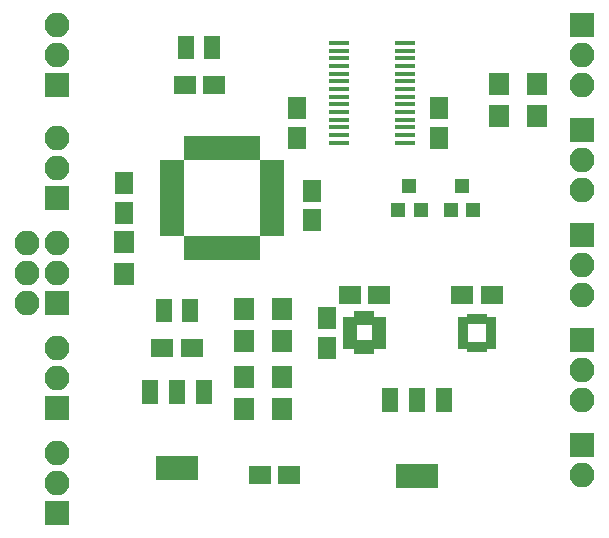
<source format=gbr>
G04 #@! TF.FileFunction,Soldermask,Top*
%FSLAX46Y46*%
G04 Gerber Fmt 4.6, Leading zero omitted, Abs format (unit mm)*
G04 Created by KiCad (PCBNEW 4.0.7) date Monday, May 28, 2018 'PMt' 10:03:33 PM*
%MOMM*%
%LPD*%
G01*
G04 APERTURE LIST*
%ADD10C,0.100000*%
%ADD11R,2.100000X2.100000*%
%ADD12O,2.100000X2.100000*%
%ADD13R,1.650000X1.900000*%
%ADD14R,1.900000X1.650000*%
%ADD15R,1.700000X1.900000*%
%ADD16R,1.350000X0.800000*%
%ADD17R,0.950000X0.700000*%
%ADD18R,0.700000X0.950000*%
%ADD19R,1.740000X0.440000*%
%ADD20R,2.000000X0.950000*%
%ADD21R,0.950000X2.000000*%
%ADD22R,1.150000X0.750000*%
%ADD23R,0.750000X1.150000*%
%ADD24R,1.350000X2.050000*%
%ADD25R,3.600000X2.050000*%
%ADD26R,1.200000X1.300000*%
G04 APERTURE END LIST*
D10*
D11*
X260350000Y-53975000D03*
D12*
X260350000Y-56515000D03*
X260350000Y-59055000D03*
D11*
X215900000Y-86360000D03*
D12*
X215900000Y-83820000D03*
X215900000Y-81280000D03*
D13*
X236220000Y-63480000D03*
X236220000Y-60980000D03*
D14*
X227310000Y-81280000D03*
X224810000Y-81280000D03*
X240685000Y-76835000D03*
X243185000Y-76835000D03*
D13*
X238760000Y-78760000D03*
X238760000Y-81260000D03*
D14*
X229215000Y-59055000D03*
X226715000Y-59055000D03*
D13*
X248285000Y-63480000D03*
X248285000Y-60980000D03*
D14*
X252710000Y-76835000D03*
X250210000Y-76835000D03*
D13*
X237490000Y-67965000D03*
X237490000Y-70465000D03*
X221615000Y-67330000D03*
X221615000Y-69830000D03*
D15*
X234950000Y-80725000D03*
X234950000Y-78025000D03*
X231775000Y-80725000D03*
X231775000Y-78025000D03*
D11*
X215900000Y-68580000D03*
D12*
X215900000Y-66040000D03*
X215900000Y-63500000D03*
D16*
X224960000Y-77455000D03*
X224960000Y-78105000D03*
X224960000Y-78755000D03*
X227160000Y-78755000D03*
X227160000Y-78105000D03*
X227160000Y-77455000D03*
X226865000Y-55230000D03*
X226865000Y-55880000D03*
X226865000Y-56530000D03*
X229065000Y-56530000D03*
X229065000Y-55880000D03*
X229065000Y-55230000D03*
D17*
X250260000Y-79010000D03*
X250260000Y-79510000D03*
X250260000Y-80010000D03*
X250260000Y-80510000D03*
X250260000Y-81010000D03*
D18*
X250960000Y-81210000D03*
X251460000Y-81210000D03*
X251960000Y-81210000D03*
D17*
X252660000Y-81010000D03*
X252660000Y-80510000D03*
X252660000Y-80010000D03*
X252660000Y-79510000D03*
X252660000Y-79010000D03*
D18*
X251960000Y-78810000D03*
X251460000Y-78810000D03*
X250960000Y-78810000D03*
D11*
X215900000Y-77470000D03*
D12*
X213360000Y-77470000D03*
X215900000Y-74930000D03*
X213360000Y-74930000D03*
X215900000Y-72390000D03*
X213360000Y-72390000D03*
D11*
X260350000Y-62865000D03*
D12*
X260350000Y-65405000D03*
X260350000Y-67945000D03*
D11*
X260350000Y-71755000D03*
D12*
X260350000Y-74295000D03*
X260350000Y-76835000D03*
D11*
X260350000Y-80645000D03*
D12*
X260350000Y-83185000D03*
X260350000Y-85725000D03*
D19*
X245370000Y-63915000D03*
X245370000Y-63265000D03*
X245370000Y-62615000D03*
X245370000Y-61965000D03*
X245370000Y-61315000D03*
X245370000Y-60665000D03*
X245370000Y-60015000D03*
X245370000Y-59365000D03*
X245370000Y-58715000D03*
X245370000Y-58065000D03*
X245370000Y-57415000D03*
X245370000Y-56765000D03*
X245370000Y-56115000D03*
X245370000Y-55465000D03*
X239770000Y-55465000D03*
X239770000Y-56115000D03*
X239770000Y-56765000D03*
X239770000Y-57415000D03*
X239770000Y-58065000D03*
X239770000Y-58715000D03*
X239770000Y-59365000D03*
X239770000Y-60015000D03*
X239770000Y-60665000D03*
X239770000Y-61315000D03*
X239770000Y-61965000D03*
X239770000Y-62615000D03*
X239770000Y-63265000D03*
X239770000Y-63915000D03*
D15*
X234950000Y-83740000D03*
X234950000Y-86440000D03*
X231775000Y-83740000D03*
X231775000Y-86440000D03*
X221615000Y-75010000D03*
X221615000Y-72310000D03*
X256540000Y-58975000D03*
X256540000Y-61675000D03*
X253365000Y-58975000D03*
X253365000Y-61675000D03*
D11*
X215900000Y-59055000D03*
D12*
X215900000Y-56515000D03*
X215900000Y-53975000D03*
D11*
X215900000Y-95250000D03*
D12*
X215900000Y-92710000D03*
X215900000Y-90170000D03*
D20*
X225620000Y-65780000D03*
X225620000Y-66580000D03*
X225620000Y-67380000D03*
X225620000Y-68180000D03*
X225620000Y-68980000D03*
X225620000Y-69780000D03*
X225620000Y-70580000D03*
X225620000Y-71380000D03*
D21*
X227070000Y-72830000D03*
X227870000Y-72830000D03*
X228670000Y-72830000D03*
X229470000Y-72830000D03*
X230270000Y-72830000D03*
X231070000Y-72830000D03*
X231870000Y-72830000D03*
X232670000Y-72830000D03*
D20*
X234120000Y-71380000D03*
X234120000Y-70580000D03*
X234120000Y-69780000D03*
X234120000Y-68980000D03*
X234120000Y-68180000D03*
X234120000Y-67380000D03*
X234120000Y-66580000D03*
X234120000Y-65780000D03*
D21*
X232670000Y-64330000D03*
X231870000Y-64330000D03*
X231070000Y-64330000D03*
X230270000Y-64330000D03*
X229470000Y-64330000D03*
X228670000Y-64330000D03*
X227870000Y-64330000D03*
X227070000Y-64330000D03*
D22*
X240710000Y-80010000D03*
X240710000Y-79510000D03*
X240710000Y-79010000D03*
X240710000Y-80510000D03*
X240710000Y-81010000D03*
D23*
X241935000Y-78785000D03*
X241435000Y-78785000D03*
X242435000Y-78785000D03*
D22*
X243160000Y-79010000D03*
X243160000Y-79510000D03*
X243160000Y-80010000D03*
X243160000Y-80510000D03*
X243160000Y-81010000D03*
D23*
X241435000Y-81235000D03*
X241935000Y-81235000D03*
X242435000Y-81235000D03*
D24*
X228360000Y-85065000D03*
X226060000Y-85065000D03*
X223760000Y-85065000D03*
D25*
X226060000Y-91465000D03*
D24*
X248680000Y-85700000D03*
X246380000Y-85700000D03*
X244080000Y-85700000D03*
D25*
X246380000Y-92100000D03*
D11*
X260350000Y-89535000D03*
D12*
X260350000Y-92075000D03*
D14*
X235565000Y-92075000D03*
X233065000Y-92075000D03*
D26*
X249240000Y-69580000D03*
X251140000Y-69580000D03*
X250190000Y-67580000D03*
X244795000Y-69580000D03*
X246695000Y-69580000D03*
X245745000Y-67580000D03*
M02*

</source>
